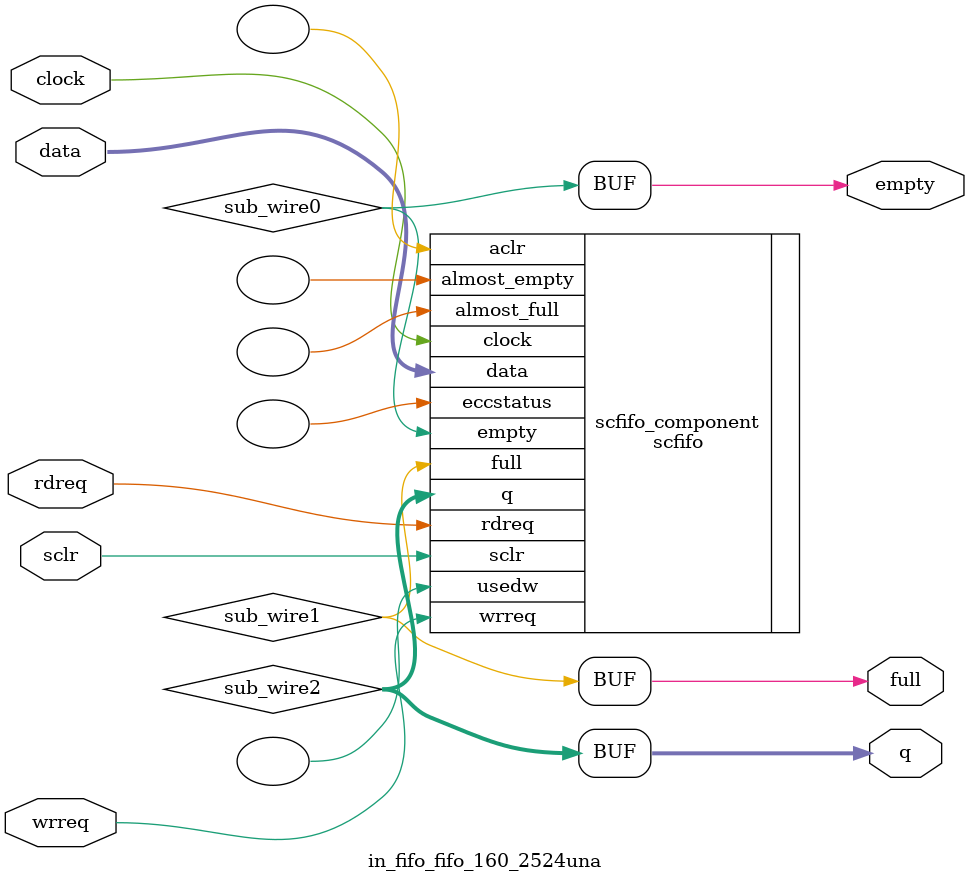
<source format=v>



`timescale 1 ps / 1 ps
// synopsys translate_on
module  in_fifo_fifo_160_2524una  (
    clock,
    data,
    rdreq,
    sclr,
    wrreq,
    empty,
    full,
    q);

    input    clock;
    input  [31:0]  data;
    input    rdreq;
    input    sclr;
    input    wrreq;
    output   empty;
    output   full;
    output [31:0]  q;

    wire  sub_wire0;
    wire  sub_wire1;
    wire [31:0] sub_wire2;
    wire  empty = sub_wire0;
    wire  full = sub_wire1;
    wire [31:0] q = sub_wire2[31:0];

    scfifo  scfifo_component (
                .clock (clock),
                .data (data),
                .rdreq (rdreq),
                .sclr (sclr),
                .wrreq (wrreq),
                .empty (sub_wire0),
                .full (sub_wire1),
                .q (sub_wire2),
                .aclr (),
                .almost_empty (),
                .almost_full (),
                .eccstatus (),
                .usedw ());
    defparam
        scfifo_component.add_ram_output_register  = "ON",
        scfifo_component.enable_ecc  = "FALSE",
        scfifo_component.intended_device_family  = "Arria 10",
        scfifo_component.lpm_hint  = "RAM_BLOCK_TYPE=M20K",
        scfifo_component.lpm_numwords  = 1024,
        scfifo_component.lpm_showahead  = "OFF",
        scfifo_component.lpm_type  = "scfifo",
        scfifo_component.lpm_width  = 32,
        scfifo_component.lpm_widthu  = 10,
        scfifo_component.overflow_checking  = "ON",
        scfifo_component.underflow_checking  = "ON",
        scfifo_component.use_eab  = "ON";


endmodule



</source>
